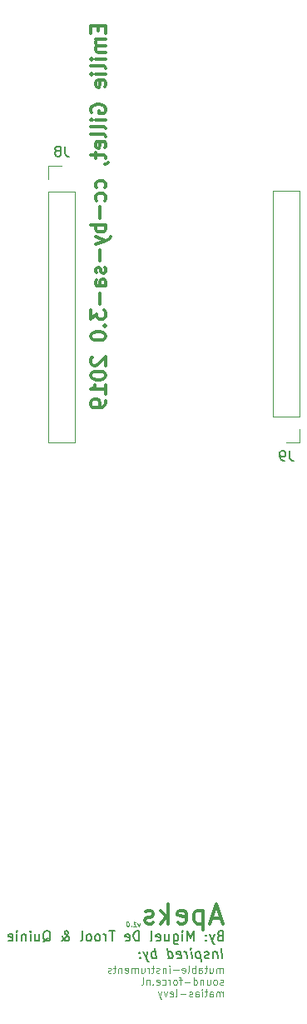
<source format=gbr>
%TF.GenerationSoftware,KiCad,Pcbnew,(6.0.0)*%
%TF.CreationDate,2022-11-14T01:28:24+01:00*%
%TF.ProjectId,Apeks,4170656b-732e-46b6-9963-61645f706362,rev?*%
%TF.SameCoordinates,Original*%
%TF.FileFunction,Legend,Bot*%
%TF.FilePolarity,Positive*%
%FSLAX46Y46*%
G04 Gerber Fmt 4.6, Leading zero omitted, Abs format (unit mm)*
G04 Created by KiCad (PCBNEW (6.0.0)) date 2022-11-14 01:28:24*
%MOMM*%
%LPD*%
G01*
G04 APERTURE LIST*
%ADD10C,0.200000*%
%ADD11C,0.100000*%
%ADD12C,0.125000*%
%ADD13C,0.150000*%
%ADD14C,0.375000*%
%ADD15C,0.300000*%
%ADD16C,0.120000*%
G04 APERTURE END LIST*
D10*
X51275148Y-131262380D02*
X51150148Y-130262380D01*
X50715625Y-130595714D02*
X50798958Y-131262380D01*
X50727529Y-130690952D02*
X50673958Y-130643333D01*
X50572767Y-130595714D01*
X50429910Y-130595714D01*
X50340625Y-130643333D01*
X50304910Y-130738571D01*
X50370386Y-131262380D01*
X49935863Y-131214761D02*
X49846577Y-131262380D01*
X49656101Y-131262380D01*
X49554910Y-131214761D01*
X49495386Y-131119523D01*
X49489434Y-131071904D01*
X49525148Y-130976666D01*
X49614434Y-130929047D01*
X49757291Y-130929047D01*
X49846577Y-130881428D01*
X49882291Y-130786190D01*
X49876339Y-130738571D01*
X49816815Y-130643333D01*
X49715625Y-130595714D01*
X49572767Y-130595714D01*
X49483482Y-130643333D01*
X49001339Y-130595714D02*
X49126339Y-131595714D01*
X49007291Y-130643333D02*
X48906101Y-130595714D01*
X48715625Y-130595714D01*
X48626339Y-130643333D01*
X48584672Y-130690952D01*
X48548958Y-130786190D01*
X48584672Y-131071904D01*
X48644196Y-131167142D01*
X48697767Y-131214761D01*
X48798958Y-131262380D01*
X48989434Y-131262380D01*
X49078720Y-131214761D01*
X48179910Y-131262380D02*
X48096577Y-130595714D01*
X48054910Y-130262380D02*
X48108482Y-130310000D01*
X48066815Y-130357619D01*
X48013244Y-130310000D01*
X48054910Y-130262380D01*
X48066815Y-130357619D01*
X47703720Y-131262380D02*
X47620386Y-130595714D01*
X47644196Y-130786190D02*
X47584672Y-130690952D01*
X47531101Y-130643333D01*
X47429910Y-130595714D01*
X47334672Y-130595714D01*
X46697767Y-131214761D02*
X46798958Y-131262380D01*
X46989434Y-131262380D01*
X47078720Y-131214761D01*
X47114434Y-131119523D01*
X47066815Y-130738571D01*
X47007291Y-130643333D01*
X46906101Y-130595714D01*
X46715625Y-130595714D01*
X46626339Y-130643333D01*
X46590625Y-130738571D01*
X46602529Y-130833809D01*
X47090625Y-130929047D01*
X45798958Y-131262380D02*
X45673958Y-130262380D01*
X45793005Y-131214761D02*
X45894196Y-131262380D01*
X46084672Y-131262380D01*
X46173958Y-131214761D01*
X46215625Y-131167142D01*
X46251339Y-131071904D01*
X46215625Y-130786190D01*
X46156101Y-130690952D01*
X46102529Y-130643333D01*
X46001339Y-130595714D01*
X45810863Y-130595714D01*
X45721577Y-130643333D01*
X44560863Y-131262380D02*
X44435863Y-130262380D01*
X44483482Y-130643333D02*
X44382291Y-130595714D01*
X44191815Y-130595714D01*
X44102529Y-130643333D01*
X44060863Y-130690952D01*
X44025148Y-130786190D01*
X44060863Y-131071904D01*
X44120386Y-131167142D01*
X44173958Y-131214761D01*
X44275148Y-131262380D01*
X44465625Y-131262380D01*
X44554910Y-131214761D01*
X43668005Y-130595714D02*
X43513244Y-131262380D01*
X43191815Y-130595714D02*
X43513244Y-131262380D01*
X43638244Y-131500476D01*
X43691815Y-131548095D01*
X43793005Y-131595714D01*
X42882291Y-131167142D02*
X42840625Y-131214761D01*
X42894196Y-131262380D01*
X42935863Y-131214761D01*
X42882291Y-131167142D01*
X42894196Y-131262380D01*
X42816815Y-130643333D02*
X42775148Y-130690952D01*
X42828720Y-130738571D01*
X42870386Y-130690952D01*
X42816815Y-130643333D01*
X42828720Y-130738571D01*
D11*
X51318428Y-132735785D02*
X51318428Y-132235785D01*
X51318428Y-132307214D02*
X51282714Y-132271500D01*
X51211285Y-132235785D01*
X51104142Y-132235785D01*
X51032714Y-132271500D01*
X50997000Y-132342928D01*
X50997000Y-132735785D01*
X50997000Y-132342928D02*
X50961285Y-132271500D01*
X50889857Y-132235785D01*
X50782714Y-132235785D01*
X50711285Y-132271500D01*
X50675571Y-132342928D01*
X50675571Y-132735785D01*
X49997000Y-132235785D02*
X49997000Y-132735785D01*
X50318428Y-132235785D02*
X50318428Y-132628642D01*
X50282714Y-132700071D01*
X50211285Y-132735785D01*
X50104142Y-132735785D01*
X50032714Y-132700071D01*
X49997000Y-132664357D01*
X49747000Y-132235785D02*
X49461285Y-132235785D01*
X49639857Y-131985785D02*
X49639857Y-132628642D01*
X49604142Y-132700071D01*
X49532714Y-132735785D01*
X49461285Y-132735785D01*
X48889857Y-132735785D02*
X48889857Y-132342928D01*
X48925571Y-132271500D01*
X48997000Y-132235785D01*
X49139857Y-132235785D01*
X49211285Y-132271500D01*
X48889857Y-132700071D02*
X48961285Y-132735785D01*
X49139857Y-132735785D01*
X49211285Y-132700071D01*
X49247000Y-132628642D01*
X49247000Y-132557214D01*
X49211285Y-132485785D01*
X49139857Y-132450071D01*
X48961285Y-132450071D01*
X48889857Y-132414357D01*
X48532714Y-132735785D02*
X48532714Y-131985785D01*
X48532714Y-132271500D02*
X48461285Y-132235785D01*
X48318428Y-132235785D01*
X48247000Y-132271500D01*
X48211285Y-132307214D01*
X48175571Y-132378642D01*
X48175571Y-132592928D01*
X48211285Y-132664357D01*
X48247000Y-132700071D01*
X48318428Y-132735785D01*
X48461285Y-132735785D01*
X48532714Y-132700071D01*
X47747000Y-132735785D02*
X47818428Y-132700071D01*
X47854142Y-132628642D01*
X47854142Y-131985785D01*
X47175571Y-132700071D02*
X47247000Y-132735785D01*
X47389857Y-132735785D01*
X47461285Y-132700071D01*
X47497000Y-132628642D01*
X47497000Y-132342928D01*
X47461285Y-132271500D01*
X47389857Y-132235785D01*
X47247000Y-132235785D01*
X47175571Y-132271500D01*
X47139857Y-132342928D01*
X47139857Y-132414357D01*
X47497000Y-132485785D01*
X46818428Y-132450071D02*
X46247000Y-132450071D01*
X45889857Y-132735785D02*
X45889857Y-132235785D01*
X45889857Y-131985785D02*
X45925571Y-132021500D01*
X45889857Y-132057214D01*
X45854142Y-132021500D01*
X45889857Y-131985785D01*
X45889857Y-132057214D01*
X45532714Y-132235785D02*
X45532714Y-132735785D01*
X45532714Y-132307214D02*
X45497000Y-132271500D01*
X45425571Y-132235785D01*
X45318428Y-132235785D01*
X45247000Y-132271500D01*
X45211285Y-132342928D01*
X45211285Y-132735785D01*
X44889857Y-132700071D02*
X44818428Y-132735785D01*
X44675571Y-132735785D01*
X44604142Y-132700071D01*
X44568428Y-132628642D01*
X44568428Y-132592928D01*
X44604142Y-132521500D01*
X44675571Y-132485785D01*
X44782714Y-132485785D01*
X44854142Y-132450071D01*
X44889857Y-132378642D01*
X44889857Y-132342928D01*
X44854142Y-132271500D01*
X44782714Y-132235785D01*
X44675571Y-132235785D01*
X44604142Y-132271500D01*
X44354142Y-132235785D02*
X44068428Y-132235785D01*
X44247000Y-131985785D02*
X44247000Y-132628642D01*
X44211285Y-132700071D01*
X44139857Y-132735785D01*
X44068428Y-132735785D01*
X43818428Y-132735785D02*
X43818428Y-132235785D01*
X43818428Y-132378642D02*
X43782714Y-132307214D01*
X43747000Y-132271500D01*
X43675571Y-132235785D01*
X43604142Y-132235785D01*
X43032714Y-132235785D02*
X43032714Y-132735785D01*
X43354142Y-132235785D02*
X43354142Y-132628642D01*
X43318428Y-132700071D01*
X43247000Y-132735785D01*
X43139857Y-132735785D01*
X43068428Y-132700071D01*
X43032714Y-132664357D01*
X42675571Y-132735785D02*
X42675571Y-132235785D01*
X42675571Y-132307214D02*
X42639857Y-132271500D01*
X42568428Y-132235785D01*
X42461285Y-132235785D01*
X42389857Y-132271500D01*
X42354142Y-132342928D01*
X42354142Y-132735785D01*
X42354142Y-132342928D02*
X42318428Y-132271500D01*
X42247000Y-132235785D01*
X42139857Y-132235785D01*
X42068428Y-132271500D01*
X42032714Y-132342928D01*
X42032714Y-132735785D01*
X41389857Y-132700071D02*
X41461285Y-132735785D01*
X41604142Y-132735785D01*
X41675571Y-132700071D01*
X41711285Y-132628642D01*
X41711285Y-132342928D01*
X41675571Y-132271500D01*
X41604142Y-132235785D01*
X41461285Y-132235785D01*
X41389857Y-132271500D01*
X41354142Y-132342928D01*
X41354142Y-132414357D01*
X41711285Y-132485785D01*
X41032714Y-132235785D02*
X41032714Y-132735785D01*
X41032714Y-132307214D02*
X40997000Y-132271500D01*
X40925571Y-132235785D01*
X40818428Y-132235785D01*
X40747000Y-132271500D01*
X40711285Y-132342928D01*
X40711285Y-132735785D01*
X40461285Y-132235785D02*
X40175571Y-132235785D01*
X40354142Y-131985785D02*
X40354142Y-132628642D01*
X40318428Y-132700071D01*
X40247000Y-132735785D01*
X40175571Y-132735785D01*
X39961285Y-132700071D02*
X39889857Y-132735785D01*
X39747000Y-132735785D01*
X39675571Y-132700071D01*
X39639857Y-132628642D01*
X39639857Y-132592928D01*
X39675571Y-132521500D01*
X39747000Y-132485785D01*
X39854142Y-132485785D01*
X39925571Y-132450071D01*
X39961285Y-132378642D01*
X39961285Y-132342928D01*
X39925571Y-132271500D01*
X39854142Y-132235785D01*
X39747000Y-132235785D01*
X39675571Y-132271500D01*
X51354142Y-133907571D02*
X51282714Y-133943285D01*
X51139857Y-133943285D01*
X51068428Y-133907571D01*
X51032714Y-133836142D01*
X51032714Y-133800428D01*
X51068428Y-133729000D01*
X51139857Y-133693285D01*
X51247000Y-133693285D01*
X51318428Y-133657571D01*
X51354142Y-133586142D01*
X51354142Y-133550428D01*
X51318428Y-133479000D01*
X51247000Y-133443285D01*
X51139857Y-133443285D01*
X51068428Y-133479000D01*
X50604142Y-133943285D02*
X50675571Y-133907571D01*
X50711285Y-133871857D01*
X50747000Y-133800428D01*
X50747000Y-133586142D01*
X50711285Y-133514714D01*
X50675571Y-133479000D01*
X50604142Y-133443285D01*
X50497000Y-133443285D01*
X50425571Y-133479000D01*
X50389857Y-133514714D01*
X50354142Y-133586142D01*
X50354142Y-133800428D01*
X50389857Y-133871857D01*
X50425571Y-133907571D01*
X50497000Y-133943285D01*
X50604142Y-133943285D01*
X49711285Y-133443285D02*
X49711285Y-133943285D01*
X50032714Y-133443285D02*
X50032714Y-133836142D01*
X49997000Y-133907571D01*
X49925571Y-133943285D01*
X49818428Y-133943285D01*
X49747000Y-133907571D01*
X49711285Y-133871857D01*
X49354142Y-133443285D02*
X49354142Y-133943285D01*
X49354142Y-133514714D02*
X49318428Y-133479000D01*
X49247000Y-133443285D01*
X49139857Y-133443285D01*
X49068428Y-133479000D01*
X49032714Y-133550428D01*
X49032714Y-133943285D01*
X48354142Y-133943285D02*
X48354142Y-133193285D01*
X48354142Y-133907571D02*
X48425571Y-133943285D01*
X48568428Y-133943285D01*
X48639857Y-133907571D01*
X48675571Y-133871857D01*
X48711285Y-133800428D01*
X48711285Y-133586142D01*
X48675571Y-133514714D01*
X48639857Y-133479000D01*
X48568428Y-133443285D01*
X48425571Y-133443285D01*
X48354142Y-133479000D01*
X47997000Y-133657571D02*
X47425571Y-133657571D01*
X47175571Y-133443285D02*
X46889857Y-133443285D01*
X47068428Y-133943285D02*
X47068428Y-133300428D01*
X47032714Y-133229000D01*
X46961285Y-133193285D01*
X46889857Y-133193285D01*
X46532714Y-133943285D02*
X46604142Y-133907571D01*
X46639857Y-133871857D01*
X46675571Y-133800428D01*
X46675571Y-133586142D01*
X46639857Y-133514714D01*
X46604142Y-133479000D01*
X46532714Y-133443285D01*
X46425571Y-133443285D01*
X46354142Y-133479000D01*
X46318428Y-133514714D01*
X46282714Y-133586142D01*
X46282714Y-133800428D01*
X46318428Y-133871857D01*
X46354142Y-133907571D01*
X46425571Y-133943285D01*
X46532714Y-133943285D01*
X45961285Y-133943285D02*
X45961285Y-133443285D01*
X45961285Y-133586142D02*
X45925571Y-133514714D01*
X45889857Y-133479000D01*
X45818428Y-133443285D01*
X45747000Y-133443285D01*
X45175571Y-133907571D02*
X45247000Y-133943285D01*
X45389857Y-133943285D01*
X45461285Y-133907571D01*
X45497000Y-133871857D01*
X45532714Y-133800428D01*
X45532714Y-133586142D01*
X45497000Y-133514714D01*
X45461285Y-133479000D01*
X45389857Y-133443285D01*
X45247000Y-133443285D01*
X45175571Y-133479000D01*
X44568428Y-133907571D02*
X44639857Y-133943285D01*
X44782714Y-133943285D01*
X44854142Y-133907571D01*
X44889857Y-133836142D01*
X44889857Y-133550428D01*
X44854142Y-133479000D01*
X44782714Y-133443285D01*
X44639857Y-133443285D01*
X44568428Y-133479000D01*
X44532714Y-133550428D01*
X44532714Y-133621857D01*
X44889857Y-133693285D01*
X44211285Y-133871857D02*
X44175571Y-133907571D01*
X44211285Y-133943285D01*
X44247000Y-133907571D01*
X44211285Y-133871857D01*
X44211285Y-133943285D01*
X43854142Y-133443285D02*
X43854142Y-133943285D01*
X43854142Y-133514714D02*
X43818428Y-133479000D01*
X43747000Y-133443285D01*
X43639857Y-133443285D01*
X43568428Y-133479000D01*
X43532714Y-133550428D01*
X43532714Y-133943285D01*
X43068428Y-133943285D02*
X43139857Y-133907571D01*
X43175571Y-133836142D01*
X43175571Y-133193285D01*
X51318428Y-135150785D02*
X51318428Y-134650785D01*
X51318428Y-134722214D02*
X51282714Y-134686500D01*
X51211285Y-134650785D01*
X51104142Y-134650785D01*
X51032714Y-134686500D01*
X50997000Y-134757928D01*
X50997000Y-135150785D01*
X50997000Y-134757928D02*
X50961285Y-134686500D01*
X50889857Y-134650785D01*
X50782714Y-134650785D01*
X50711285Y-134686500D01*
X50675571Y-134757928D01*
X50675571Y-135150785D01*
X49997000Y-135150785D02*
X49997000Y-134757928D01*
X50032714Y-134686500D01*
X50104142Y-134650785D01*
X50247000Y-134650785D01*
X50318428Y-134686500D01*
X49997000Y-135115071D02*
X50068428Y-135150785D01*
X50247000Y-135150785D01*
X50318428Y-135115071D01*
X50354142Y-135043642D01*
X50354142Y-134972214D01*
X50318428Y-134900785D01*
X50247000Y-134865071D01*
X50068428Y-134865071D01*
X49997000Y-134829357D01*
X49747000Y-134650785D02*
X49461285Y-134650785D01*
X49639857Y-134400785D02*
X49639857Y-135043642D01*
X49604142Y-135115071D01*
X49532714Y-135150785D01*
X49461285Y-135150785D01*
X49211285Y-135150785D02*
X49211285Y-134650785D01*
X49211285Y-134400785D02*
X49247000Y-134436500D01*
X49211285Y-134472214D01*
X49175571Y-134436500D01*
X49211285Y-134400785D01*
X49211285Y-134472214D01*
X48532714Y-135150785D02*
X48532714Y-134757928D01*
X48568428Y-134686500D01*
X48639857Y-134650785D01*
X48782714Y-134650785D01*
X48854142Y-134686500D01*
X48532714Y-135115071D02*
X48604142Y-135150785D01*
X48782714Y-135150785D01*
X48854142Y-135115071D01*
X48889857Y-135043642D01*
X48889857Y-134972214D01*
X48854142Y-134900785D01*
X48782714Y-134865071D01*
X48604142Y-134865071D01*
X48532714Y-134829357D01*
X48211285Y-135115071D02*
X48139857Y-135150785D01*
X47997000Y-135150785D01*
X47925571Y-135115071D01*
X47889857Y-135043642D01*
X47889857Y-135007928D01*
X47925571Y-134936500D01*
X47997000Y-134900785D01*
X48104142Y-134900785D01*
X48175571Y-134865071D01*
X48211285Y-134793642D01*
X48211285Y-134757928D01*
X48175571Y-134686500D01*
X48104142Y-134650785D01*
X47997000Y-134650785D01*
X47925571Y-134686500D01*
X47568428Y-134865071D02*
X46997000Y-134865071D01*
X46532714Y-135150785D02*
X46604142Y-135115071D01*
X46639857Y-135043642D01*
X46639857Y-134400785D01*
X45961285Y-135115071D02*
X46032714Y-135150785D01*
X46175571Y-135150785D01*
X46247000Y-135115071D01*
X46282714Y-135043642D01*
X46282714Y-134757928D01*
X46247000Y-134686500D01*
X46175571Y-134650785D01*
X46032714Y-134650785D01*
X45961285Y-134686500D01*
X45925571Y-134757928D01*
X45925571Y-134829357D01*
X46282714Y-134900785D01*
X45675571Y-134650785D02*
X45497000Y-135150785D01*
X45318428Y-134650785D01*
X45104142Y-134650785D02*
X44925571Y-135150785D01*
X44747000Y-134650785D02*
X44925571Y-135150785D01*
X44997000Y-135329357D01*
X45032714Y-135365071D01*
X45104142Y-135400785D01*
D12*
X42883955Y-127654857D02*
X42806574Y-127988190D01*
X42645860Y-127654857D01*
X42235145Y-127988190D02*
X42520860Y-127988190D01*
X42378002Y-127988190D02*
X42315502Y-127488190D01*
X42372050Y-127559619D01*
X42425622Y-127607238D01*
X42476217Y-127631047D01*
X42014907Y-127940571D02*
X41994074Y-127964380D01*
X42020860Y-127988190D01*
X42041693Y-127964380D01*
X42014907Y-127940571D01*
X42020860Y-127988190D01*
X41625026Y-127488190D02*
X41577407Y-127488190D01*
X41532764Y-127512000D01*
X41511931Y-127535809D01*
X41494074Y-127583428D01*
X41482169Y-127678666D01*
X41497050Y-127797714D01*
X41532764Y-127892952D01*
X41562526Y-127940571D01*
X41589312Y-127964380D01*
X41639907Y-127988190D01*
X41687526Y-127988190D01*
X41732169Y-127964380D01*
X41753002Y-127940571D01*
X41770860Y-127892952D01*
X41782764Y-127797714D01*
X41767883Y-127678666D01*
X41732169Y-127583428D01*
X41702407Y-127535809D01*
X41675622Y-127512000D01*
X41625026Y-127488190D01*
D13*
X51045471Y-128960571D02*
X50902614Y-129008190D01*
X50854995Y-129055809D01*
X50807376Y-129151047D01*
X50807376Y-129293904D01*
X50854995Y-129389142D01*
X50902614Y-129436761D01*
X50997852Y-129484380D01*
X51378804Y-129484380D01*
X51378804Y-128484380D01*
X51045471Y-128484380D01*
X50950233Y-128532000D01*
X50902614Y-128579619D01*
X50854995Y-128674857D01*
X50854995Y-128770095D01*
X50902614Y-128865333D01*
X50950233Y-128912952D01*
X51045471Y-128960571D01*
X51378804Y-128960571D01*
X50474042Y-128817714D02*
X50235947Y-129484380D01*
X49997852Y-128817714D02*
X50235947Y-129484380D01*
X50331185Y-129722476D01*
X50378804Y-129770095D01*
X50474042Y-129817714D01*
X49616900Y-129389142D02*
X49569280Y-129436761D01*
X49616900Y-129484380D01*
X49664519Y-129436761D01*
X49616900Y-129389142D01*
X49616900Y-129484380D01*
X49616900Y-128865333D02*
X49569280Y-128912952D01*
X49616900Y-128960571D01*
X49664519Y-128912952D01*
X49616900Y-128865333D01*
X49616900Y-128960571D01*
X48378804Y-129484380D02*
X48378804Y-128484380D01*
X48045471Y-129198666D01*
X47712138Y-128484380D01*
X47712138Y-129484380D01*
X47235947Y-129484380D02*
X47235947Y-128817714D01*
X47235947Y-128484380D02*
X47283566Y-128532000D01*
X47235947Y-128579619D01*
X47188328Y-128532000D01*
X47235947Y-128484380D01*
X47235947Y-128579619D01*
X46331185Y-128817714D02*
X46331185Y-129627238D01*
X46378804Y-129722476D01*
X46426423Y-129770095D01*
X46521661Y-129817714D01*
X46664519Y-129817714D01*
X46759757Y-129770095D01*
X46331185Y-129436761D02*
X46426423Y-129484380D01*
X46616900Y-129484380D01*
X46712138Y-129436761D01*
X46759757Y-129389142D01*
X46807376Y-129293904D01*
X46807376Y-129008190D01*
X46759757Y-128912952D01*
X46712138Y-128865333D01*
X46616900Y-128817714D01*
X46426423Y-128817714D01*
X46331185Y-128865333D01*
X45426423Y-128817714D02*
X45426423Y-129484380D01*
X45854995Y-128817714D02*
X45854995Y-129341523D01*
X45807376Y-129436761D01*
X45712138Y-129484380D01*
X45569280Y-129484380D01*
X45474042Y-129436761D01*
X45426423Y-129389142D01*
X44569280Y-129436761D02*
X44664519Y-129484380D01*
X44854995Y-129484380D01*
X44950233Y-129436761D01*
X44997852Y-129341523D01*
X44997852Y-128960571D01*
X44950233Y-128865333D01*
X44854995Y-128817714D01*
X44664519Y-128817714D01*
X44569280Y-128865333D01*
X44521661Y-128960571D01*
X44521661Y-129055809D01*
X44997852Y-129151047D01*
X43950233Y-129484380D02*
X44045471Y-129436761D01*
X44093090Y-129341523D01*
X44093090Y-128484380D01*
X42807376Y-129484380D02*
X42807376Y-128484380D01*
X42569280Y-128484380D01*
X42426423Y-128532000D01*
X42331185Y-128627238D01*
X42283566Y-128722476D01*
X42235947Y-128912952D01*
X42235947Y-129055809D01*
X42283566Y-129246285D01*
X42331185Y-129341523D01*
X42426423Y-129436761D01*
X42569280Y-129484380D01*
X42807376Y-129484380D01*
X41426423Y-129436761D02*
X41521661Y-129484380D01*
X41712138Y-129484380D01*
X41807376Y-129436761D01*
X41854995Y-129341523D01*
X41854995Y-128960571D01*
X41807376Y-128865333D01*
X41712138Y-128817714D01*
X41521661Y-128817714D01*
X41426423Y-128865333D01*
X41378804Y-128960571D01*
X41378804Y-129055809D01*
X41854995Y-129151047D01*
X40331185Y-128484380D02*
X39759757Y-128484380D01*
X40045471Y-129484380D02*
X40045471Y-128484380D01*
X39426423Y-129484380D02*
X39426423Y-128817714D01*
X39426423Y-129008190D02*
X39378804Y-128912952D01*
X39331185Y-128865333D01*
X39235947Y-128817714D01*
X39140709Y-128817714D01*
X38664519Y-129484380D02*
X38759757Y-129436761D01*
X38807376Y-129389142D01*
X38854995Y-129293904D01*
X38854995Y-129008190D01*
X38807376Y-128912952D01*
X38759757Y-128865333D01*
X38664519Y-128817714D01*
X38521661Y-128817714D01*
X38426423Y-128865333D01*
X38378804Y-128912952D01*
X38331185Y-129008190D01*
X38331185Y-129293904D01*
X38378804Y-129389142D01*
X38426423Y-129436761D01*
X38521661Y-129484380D01*
X38664519Y-129484380D01*
X37759757Y-129484380D02*
X37854995Y-129436761D01*
X37902614Y-129389142D01*
X37950233Y-129293904D01*
X37950233Y-129008190D01*
X37902614Y-128912952D01*
X37854995Y-128865333D01*
X37759757Y-128817714D01*
X37616900Y-128817714D01*
X37521661Y-128865333D01*
X37474042Y-128912952D01*
X37426423Y-129008190D01*
X37426423Y-129293904D01*
X37474042Y-129389142D01*
X37521661Y-129436761D01*
X37616900Y-129484380D01*
X37759757Y-129484380D01*
X36854995Y-129484380D02*
X36950233Y-129436761D01*
X36997852Y-129341523D01*
X36997852Y-128484380D01*
X34902614Y-129484380D02*
X34950233Y-129484380D01*
X35045471Y-129436761D01*
X35188328Y-129293904D01*
X35426423Y-129008190D01*
X35521661Y-128865333D01*
X35569280Y-128722476D01*
X35569280Y-128627238D01*
X35521661Y-128532000D01*
X35426423Y-128484380D01*
X35378804Y-128484380D01*
X35283566Y-128532000D01*
X35235947Y-128627238D01*
X35235947Y-128674857D01*
X35283566Y-128770095D01*
X35331185Y-128817714D01*
X35616900Y-129008190D01*
X35664519Y-129055809D01*
X35712138Y-129151047D01*
X35712138Y-129293904D01*
X35664519Y-129389142D01*
X35616900Y-129436761D01*
X35521661Y-129484380D01*
X35378804Y-129484380D01*
X35283566Y-129436761D01*
X35235947Y-129389142D01*
X35093090Y-129198666D01*
X35045471Y-129055809D01*
X35045471Y-128960571D01*
X33045471Y-129579619D02*
X33140709Y-129532000D01*
X33235947Y-129436761D01*
X33378804Y-129293904D01*
X33474042Y-129246285D01*
X33569280Y-129246285D01*
X33521661Y-129484380D02*
X33616900Y-129436761D01*
X33712138Y-129341523D01*
X33759757Y-129151047D01*
X33759757Y-128817714D01*
X33712138Y-128627238D01*
X33616900Y-128532000D01*
X33521661Y-128484380D01*
X33331185Y-128484380D01*
X33235947Y-128532000D01*
X33140709Y-128627238D01*
X33093090Y-128817714D01*
X33093090Y-129151047D01*
X33140709Y-129341523D01*
X33235947Y-129436761D01*
X33331185Y-129484380D01*
X33521661Y-129484380D01*
X32235947Y-128817714D02*
X32235947Y-129484380D01*
X32664519Y-128817714D02*
X32664519Y-129341523D01*
X32616900Y-129436761D01*
X32521661Y-129484380D01*
X32378804Y-129484380D01*
X32283566Y-129436761D01*
X32235947Y-129389142D01*
X31759757Y-129484380D02*
X31759757Y-128817714D01*
X31759757Y-128484380D02*
X31807376Y-128532000D01*
X31759757Y-128579619D01*
X31712138Y-128532000D01*
X31759757Y-128484380D01*
X31759757Y-128579619D01*
X31283566Y-128817714D02*
X31283566Y-129484380D01*
X31283566Y-128912952D02*
X31235947Y-128865333D01*
X31140709Y-128817714D01*
X30997852Y-128817714D01*
X30902614Y-128865333D01*
X30854995Y-128960571D01*
X30854995Y-129484380D01*
X30378804Y-129484380D02*
X30378804Y-128817714D01*
X30378804Y-128484380D02*
X30426423Y-128532000D01*
X30378804Y-128579619D01*
X30331185Y-128532000D01*
X30378804Y-128484380D01*
X30378804Y-128579619D01*
X29521661Y-129436761D02*
X29616900Y-129484380D01*
X29807376Y-129484380D01*
X29902614Y-129436761D01*
X29950233Y-129341523D01*
X29950233Y-128960571D01*
X29902614Y-128865333D01*
X29807376Y-128817714D01*
X29616900Y-128817714D01*
X29521661Y-128865333D01*
X29474042Y-128960571D01*
X29474042Y-129055809D01*
X29950233Y-129151047D01*
D14*
X51126542Y-127155533D02*
X50174161Y-127155533D01*
X51317019Y-127726961D02*
X50650352Y-125726961D01*
X49983685Y-127726961D01*
X49317019Y-126393628D02*
X49317019Y-128393628D01*
X49317019Y-126488866D02*
X49126542Y-126393628D01*
X48745590Y-126393628D01*
X48555114Y-126488866D01*
X48459876Y-126584104D01*
X48364638Y-126774580D01*
X48364638Y-127346009D01*
X48459876Y-127536485D01*
X48555114Y-127631723D01*
X48745590Y-127726961D01*
X49126542Y-127726961D01*
X49317019Y-127631723D01*
X46745590Y-127631723D02*
X46936066Y-127726961D01*
X47317019Y-127726961D01*
X47507495Y-127631723D01*
X47602733Y-127441247D01*
X47602733Y-126679342D01*
X47507495Y-126488866D01*
X47317019Y-126393628D01*
X46936066Y-126393628D01*
X46745590Y-126488866D01*
X46650352Y-126679342D01*
X46650352Y-126869819D01*
X47602733Y-127060295D01*
X45793209Y-127726961D02*
X45793209Y-125726961D01*
X45602733Y-126965057D02*
X45031304Y-127726961D01*
X45031304Y-126393628D02*
X45793209Y-127155533D01*
X44269400Y-127631723D02*
X44078923Y-127726961D01*
X43697971Y-127726961D01*
X43507495Y-127631723D01*
X43412257Y-127441247D01*
X43412257Y-127346009D01*
X43507495Y-127155533D01*
X43697971Y-127060295D01*
X43983685Y-127060295D01*
X44174161Y-126965057D01*
X44269400Y-126774580D01*
X44269400Y-126679342D01*
X44174161Y-126488866D01*
X43983685Y-126393628D01*
X43697971Y-126393628D01*
X43507495Y-126488866D01*
D15*
X38627857Y-36522857D02*
X38627857Y-37022857D01*
X39413571Y-37237142D02*
X39413571Y-36522857D01*
X37913571Y-36522857D01*
X37913571Y-37237142D01*
X39413571Y-37880000D02*
X38413571Y-37880000D01*
X38556428Y-37880000D02*
X38485000Y-37951428D01*
X38413571Y-38094285D01*
X38413571Y-38308571D01*
X38485000Y-38451428D01*
X38627857Y-38522857D01*
X39413571Y-38522857D01*
X38627857Y-38522857D02*
X38485000Y-38594285D01*
X38413571Y-38737142D01*
X38413571Y-38951428D01*
X38485000Y-39094285D01*
X38627857Y-39165714D01*
X39413571Y-39165714D01*
X39413571Y-39880000D02*
X38413571Y-39880000D01*
X37913571Y-39880000D02*
X37985000Y-39808571D01*
X38056428Y-39880000D01*
X37985000Y-39951428D01*
X37913571Y-39880000D01*
X38056428Y-39880000D01*
X39413571Y-40808571D02*
X39342142Y-40665714D01*
X39199285Y-40594285D01*
X37913571Y-40594285D01*
X39413571Y-41380000D02*
X38413571Y-41380000D01*
X37913571Y-41380000D02*
X37985000Y-41308571D01*
X38056428Y-41380000D01*
X37985000Y-41451428D01*
X37913571Y-41380000D01*
X38056428Y-41380000D01*
X39342142Y-42665714D02*
X39413571Y-42522857D01*
X39413571Y-42237142D01*
X39342142Y-42094285D01*
X39199285Y-42022857D01*
X38627857Y-42022857D01*
X38485000Y-42094285D01*
X38413571Y-42237142D01*
X38413571Y-42522857D01*
X38485000Y-42665714D01*
X38627857Y-42737142D01*
X38770714Y-42737142D01*
X38913571Y-42022857D01*
X37985000Y-45308571D02*
X37913571Y-45165714D01*
X37913571Y-44951428D01*
X37985000Y-44737142D01*
X38127857Y-44594285D01*
X38270714Y-44522857D01*
X38556428Y-44451428D01*
X38770714Y-44451428D01*
X39056428Y-44522857D01*
X39199285Y-44594285D01*
X39342142Y-44737142D01*
X39413571Y-44951428D01*
X39413571Y-45094285D01*
X39342142Y-45308571D01*
X39270714Y-45380000D01*
X38770714Y-45380000D01*
X38770714Y-45094285D01*
X39413571Y-46022857D02*
X38413571Y-46022857D01*
X37913571Y-46022857D02*
X37985000Y-45951428D01*
X38056428Y-46022857D01*
X37985000Y-46094285D01*
X37913571Y-46022857D01*
X38056428Y-46022857D01*
X39413571Y-46951428D02*
X39342142Y-46808571D01*
X39199285Y-46737142D01*
X37913571Y-46737142D01*
X39413571Y-47737142D02*
X39342142Y-47594285D01*
X39199285Y-47522857D01*
X37913571Y-47522857D01*
X39342142Y-48880000D02*
X39413571Y-48737142D01*
X39413571Y-48451428D01*
X39342142Y-48308571D01*
X39199285Y-48237142D01*
X38627857Y-48237142D01*
X38485000Y-48308571D01*
X38413571Y-48451428D01*
X38413571Y-48737142D01*
X38485000Y-48880000D01*
X38627857Y-48951428D01*
X38770714Y-48951428D01*
X38913571Y-48237142D01*
X38413571Y-49380000D02*
X38413571Y-49951428D01*
X37913571Y-49594285D02*
X39199285Y-49594285D01*
X39342142Y-49665714D01*
X39413571Y-49808571D01*
X39413571Y-49951428D01*
X39342142Y-50522857D02*
X39413571Y-50522857D01*
X39556428Y-50451428D01*
X39627857Y-50380000D01*
X39342142Y-52951428D02*
X39413571Y-52808571D01*
X39413571Y-52522857D01*
X39342142Y-52380000D01*
X39270714Y-52308571D01*
X39127857Y-52237142D01*
X38699285Y-52237142D01*
X38556428Y-52308571D01*
X38485000Y-52380000D01*
X38413571Y-52522857D01*
X38413571Y-52808571D01*
X38485000Y-52951428D01*
X39342142Y-54237142D02*
X39413571Y-54094285D01*
X39413571Y-53808571D01*
X39342142Y-53665714D01*
X39270714Y-53594285D01*
X39127857Y-53522857D01*
X38699285Y-53522857D01*
X38556428Y-53594285D01*
X38485000Y-53665714D01*
X38413571Y-53808571D01*
X38413571Y-54094285D01*
X38485000Y-54237142D01*
X38842142Y-54880000D02*
X38842142Y-56022857D01*
X39413571Y-56737142D02*
X37913571Y-56737142D01*
X38485000Y-56737142D02*
X38413571Y-56880000D01*
X38413571Y-57165714D01*
X38485000Y-57308571D01*
X38556428Y-57380000D01*
X38699285Y-57451428D01*
X39127857Y-57451428D01*
X39270714Y-57380000D01*
X39342142Y-57308571D01*
X39413571Y-57165714D01*
X39413571Y-56880000D01*
X39342142Y-56737142D01*
X38413571Y-57951428D02*
X39413571Y-58308571D01*
X38413571Y-58665714D02*
X39413571Y-58308571D01*
X39770714Y-58165714D01*
X39842142Y-58094285D01*
X39913571Y-57951428D01*
X38842142Y-59237142D02*
X38842142Y-60380000D01*
X39342142Y-61022857D02*
X39413571Y-61165714D01*
X39413571Y-61451428D01*
X39342142Y-61594285D01*
X39199285Y-61665714D01*
X39127857Y-61665714D01*
X38985000Y-61594285D01*
X38913571Y-61451428D01*
X38913571Y-61237142D01*
X38842142Y-61094285D01*
X38699285Y-61022857D01*
X38627857Y-61022857D01*
X38485000Y-61094285D01*
X38413571Y-61237142D01*
X38413571Y-61451428D01*
X38485000Y-61594285D01*
X39413571Y-62951428D02*
X38627857Y-62951428D01*
X38485000Y-62880000D01*
X38413571Y-62737142D01*
X38413571Y-62451428D01*
X38485000Y-62308571D01*
X39342142Y-62951428D02*
X39413571Y-62808571D01*
X39413571Y-62451428D01*
X39342142Y-62308571D01*
X39199285Y-62237142D01*
X39056428Y-62237142D01*
X38913571Y-62308571D01*
X38842142Y-62451428D01*
X38842142Y-62808571D01*
X38770714Y-62951428D01*
X38842142Y-63665714D02*
X38842142Y-64808571D01*
X37913571Y-65380000D02*
X37913571Y-66308571D01*
X38485000Y-65808571D01*
X38485000Y-66022857D01*
X38556428Y-66165714D01*
X38627857Y-66237142D01*
X38770714Y-66308571D01*
X39127857Y-66308571D01*
X39270714Y-66237142D01*
X39342142Y-66165714D01*
X39413571Y-66022857D01*
X39413571Y-65594285D01*
X39342142Y-65451428D01*
X39270714Y-65380000D01*
X39270714Y-66951428D02*
X39342142Y-67022857D01*
X39413571Y-66951428D01*
X39342142Y-66880000D01*
X39270714Y-66951428D01*
X39413571Y-66951428D01*
X37913571Y-67951428D02*
X37913571Y-68094285D01*
X37985000Y-68237142D01*
X38056428Y-68308571D01*
X38199285Y-68380000D01*
X38485000Y-68451428D01*
X38842142Y-68451428D01*
X39127857Y-68380000D01*
X39270714Y-68308571D01*
X39342142Y-68237142D01*
X39413571Y-68094285D01*
X39413571Y-67951428D01*
X39342142Y-67808571D01*
X39270714Y-67737142D01*
X39127857Y-67665714D01*
X38842142Y-67594285D01*
X38485000Y-67594285D01*
X38199285Y-67665714D01*
X38056428Y-67737142D01*
X37985000Y-67808571D01*
X37913571Y-67951428D01*
X38056428Y-70165714D02*
X37985000Y-70237142D01*
X37913571Y-70380000D01*
X37913571Y-70737142D01*
X37985000Y-70880000D01*
X38056428Y-70951428D01*
X38199285Y-71022857D01*
X38342142Y-71022857D01*
X38556428Y-70951428D01*
X39413571Y-70094285D01*
X39413571Y-71022857D01*
X37913571Y-71951428D02*
X37913571Y-72094285D01*
X37985000Y-72237142D01*
X38056428Y-72308571D01*
X38199285Y-72380000D01*
X38485000Y-72451428D01*
X38842142Y-72451428D01*
X39127857Y-72380000D01*
X39270714Y-72308571D01*
X39342142Y-72237142D01*
X39413571Y-72094285D01*
X39413571Y-71951428D01*
X39342142Y-71808571D01*
X39270714Y-71737142D01*
X39127857Y-71665714D01*
X38842142Y-71594285D01*
X38485000Y-71594285D01*
X38199285Y-71665714D01*
X38056428Y-71737142D01*
X37985000Y-71808571D01*
X37913571Y-71951428D01*
X39413571Y-73880000D02*
X39413571Y-73022857D01*
X39413571Y-73451428D02*
X37913571Y-73451428D01*
X38127857Y-73308571D01*
X38270714Y-73165714D01*
X38342142Y-73022857D01*
X39413571Y-74594285D02*
X39413571Y-74880000D01*
X39342142Y-75022857D01*
X39270714Y-75094285D01*
X39056428Y-75237142D01*
X38770714Y-75308571D01*
X38199285Y-75308571D01*
X38056428Y-75237142D01*
X37985000Y-75165714D01*
X37913571Y-75022857D01*
X37913571Y-74737142D01*
X37985000Y-74594285D01*
X38056428Y-74522857D01*
X38199285Y-74451428D01*
X38556428Y-74451428D01*
X38699285Y-74522857D01*
X38770714Y-74594285D01*
X38842142Y-74737142D01*
X38842142Y-75022857D01*
X38770714Y-75165714D01*
X38699285Y-75237142D01*
X38556428Y-75308571D01*
D13*
%TO.C,J9*%
X58128333Y-79692380D02*
X58128333Y-80406666D01*
X58175952Y-80549523D01*
X58271190Y-80644761D01*
X58414047Y-80692380D01*
X58509285Y-80692380D01*
X57604523Y-80692380D02*
X57414047Y-80692380D01*
X57318809Y-80644761D01*
X57271190Y-80597142D01*
X57175952Y-80454285D01*
X57128333Y-80263809D01*
X57128333Y-79882857D01*
X57175952Y-79787619D01*
X57223571Y-79740000D01*
X57318809Y-79692380D01*
X57509285Y-79692380D01*
X57604523Y-79740000D01*
X57652142Y-79787619D01*
X57699761Y-79882857D01*
X57699761Y-80120952D01*
X57652142Y-80216190D01*
X57604523Y-80263809D01*
X57509285Y-80311428D01*
X57318809Y-80311428D01*
X57223571Y-80263809D01*
X57175952Y-80216190D01*
X57128333Y-80120952D01*
%TO.C,J8*%
X35268333Y-48752380D02*
X35268333Y-49466666D01*
X35315952Y-49609523D01*
X35411190Y-49704761D01*
X35554047Y-49752380D01*
X35649285Y-49752380D01*
X34649285Y-49180952D02*
X34744523Y-49133333D01*
X34792142Y-49085714D01*
X34839761Y-48990476D01*
X34839761Y-48942857D01*
X34792142Y-48847619D01*
X34744523Y-48800000D01*
X34649285Y-48752380D01*
X34458809Y-48752380D01*
X34363571Y-48800000D01*
X34315952Y-48847619D01*
X34268333Y-48942857D01*
X34268333Y-48990476D01*
X34315952Y-49085714D01*
X34363571Y-49133333D01*
X34458809Y-49180952D01*
X34649285Y-49180952D01*
X34744523Y-49228571D01*
X34792142Y-49276190D01*
X34839761Y-49371428D01*
X34839761Y-49561904D01*
X34792142Y-49657142D01*
X34744523Y-49704761D01*
X34649285Y-49752380D01*
X34458809Y-49752380D01*
X34363571Y-49704761D01*
X34315952Y-49657142D01*
X34268333Y-49561904D01*
X34268333Y-49371428D01*
X34315952Y-49276190D01*
X34363571Y-49228571D01*
X34458809Y-49180952D01*
D16*
%TO.C,J9*%
X59125000Y-78800000D02*
X59125000Y-77470000D01*
X59125000Y-76200000D02*
X59125000Y-53280000D01*
X57795000Y-78800000D02*
X59125000Y-78800000D01*
X56465000Y-53280000D02*
X59125000Y-53280000D01*
X56465000Y-76200000D02*
X59125000Y-76200000D01*
X56465000Y-76200000D02*
X56465000Y-53280000D01*
%TO.C,J8*%
X36265000Y-53340000D02*
X33605000Y-53340000D01*
X33605000Y-53340000D02*
X33605000Y-78800000D01*
X36265000Y-53340000D02*
X36265000Y-78800000D01*
X34935000Y-50740000D02*
X33605000Y-50740000D01*
X36265000Y-78800000D02*
X33605000Y-78800000D01*
X33605000Y-50740000D02*
X33605000Y-52070000D01*
%TD*%
M02*

</source>
